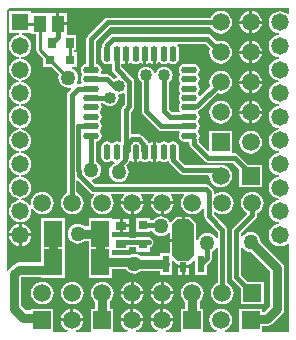
<source format=gbl>
%FSLAX24Y24*%
%MOIN*%
G70*
G01*
G75*
G04 Layer_Physical_Order=2*
G04 Layer_Color=16711680*
%ADD10R,0.0433X0.0551*%
%ADD11C,0.0100*%
%ADD12C,0.0150*%
%ADD13C,0.0300*%
%ADD14C,0.0250*%
%ADD15C,0.0200*%
%ADD16C,0.0580*%
%ADD17R,0.0580X0.0580*%
%ADD18R,0.0591X0.0591*%
%ADD19C,0.0591*%
%ADD20R,0.0591X0.0591*%
%ADD21C,0.0500*%
%ADD22C,0.0400*%
%ADD23R,0.0618X0.0906*%
%ADD24R,0.0276X0.0354*%
%ADD25R,0.0354X0.0276*%
%ADD26R,0.0315X0.0315*%
%ADD27O,0.0532X0.0217*%
%ADD28O,0.0217X0.0532*%
%ADD29R,0.0236X0.0551*%
%ADD30R,0.0236X0.0354*%
G04:AMPARAMS|DCode=31|XSize=70.9mil|YSize=141.7mil|CornerRadius=0mil|HoleSize=0mil|Usage=FLASHONLY|Rotation=0.000|XOffset=0mil|YOffset=0mil|HoleType=Round|Shape=Octagon|*
%AMOCTAGOND31*
4,1,8,-0.0177,0.0709,0.0177,0.0709,0.0354,0.0532,0.0354,-0.0532,0.0177,-0.0709,-0.0177,-0.0709,-0.0354,-0.0532,-0.0354,0.0532,-0.0177,0.0709,0.0*
%
%ADD31OCTAGOND31*%

%ADD32R,0.0315X0.0315*%
G36*
X51040Y40453D02*
X50995Y40431D01*
X50927Y40483D01*
X50837Y40520D01*
X50741Y40533D01*
X50644Y40520D01*
X50554Y40483D01*
X50477Y40424D01*
X50417Y40347D01*
X50380Y40257D01*
X50367Y40160D01*
X50380Y40063D01*
X50417Y39973D01*
X50477Y39896D01*
X50554Y39837D01*
X50644Y39800D01*
X50706Y39791D01*
Y39741D01*
X50644Y39733D01*
X50554Y39696D01*
X50477Y39637D01*
X50417Y39559D01*
X50380Y39469D01*
X50367Y39373D01*
X50380Y39276D01*
X50417Y39186D01*
X50477Y39109D01*
X50554Y39049D01*
X50644Y39012D01*
X50706Y39004D01*
Y38954D01*
X50644Y38946D01*
X50554Y38909D01*
X50477Y38849D01*
X50417Y38772D01*
X50380Y38682D01*
X50367Y38585D01*
X50380Y38489D01*
X50417Y38399D01*
X50477Y38321D01*
X50554Y38262D01*
X50644Y38225D01*
X50706Y38217D01*
Y38167D01*
X50644Y38158D01*
X50554Y38121D01*
X50477Y38062D01*
X50417Y37985D01*
X50380Y37895D01*
X50367Y37798D01*
X50380Y37701D01*
X50417Y37611D01*
X50477Y37534D01*
X50554Y37475D01*
X50644Y37438D01*
X50706Y37429D01*
Y37379D01*
X50644Y37371D01*
X50554Y37334D01*
X50477Y37275D01*
X50417Y37197D01*
X50380Y37107D01*
X50367Y37011D01*
X50380Y36914D01*
X50417Y36824D01*
X50477Y36747D01*
X50554Y36687D01*
X50644Y36650D01*
X50706Y36642D01*
Y36592D01*
X50644Y36584D01*
X50554Y36547D01*
X50477Y36487D01*
X50417Y36410D01*
X50380Y36320D01*
X50367Y36223D01*
X50380Y36127D01*
X50417Y36037D01*
X50477Y35959D01*
X50554Y35900D01*
X50644Y35863D01*
X50706Y35855D01*
Y35805D01*
X50644Y35796D01*
X50554Y35759D01*
X50477Y35700D01*
X50417Y35623D01*
X50380Y35533D01*
X50367Y35436D01*
X50380Y35339D01*
X50417Y35249D01*
X50477Y35172D01*
X50554Y35113D01*
X50644Y35076D01*
X50706Y35067D01*
Y35017D01*
X50644Y35009D01*
X50554Y34972D01*
X50477Y34913D01*
X50417Y34835D01*
X50380Y34745D01*
X50367Y34649D01*
X50380Y34552D01*
X50417Y34462D01*
X50477Y34385D01*
X50554Y34325D01*
X50644Y34288D01*
X50706Y34280D01*
Y34230D01*
X50644Y34222D01*
X50554Y34185D01*
X50477Y34125D01*
X50417Y34048D01*
X50380Y33958D01*
X50367Y33861D01*
X50380Y33765D01*
X50417Y33675D01*
X50477Y33597D01*
X50554Y33538D01*
X50644Y33501D01*
X50706Y33493D01*
Y33443D01*
X50644Y33434D01*
X50554Y33397D01*
X50477Y33338D01*
X50417Y33261D01*
X50380Y33171D01*
X50367Y33074D01*
X50380Y32977D01*
X50417Y32887D01*
X50477Y32810D01*
X50554Y32751D01*
X50644Y32714D01*
X50741Y32701D01*
X50837Y32714D01*
X50927Y32751D01*
X50995Y32803D01*
X51040Y32781D01*
Y29857D01*
X51000Y29841D01*
Y29841D01*
X51000Y29841D01*
X50135D01*
Y29841D01*
Y29865D01*
X50135Y29876D01*
X50135Y29876D01*
X50135D01*
Y30045D01*
X50320D01*
X50410Y30063D01*
X50486Y30114D01*
X50806Y30434D01*
X50806Y30434D01*
X50806Y30434D01*
X50857Y30510D01*
X50875Y30600D01*
Y31960D01*
X50857Y32050D01*
X50806Y32126D01*
X50093Y32839D01*
X50093Y32840D01*
X50082Y32926D01*
X50048Y33006D01*
X49995Y33075D01*
X49926Y33128D01*
X49846Y33162D01*
X49760Y33173D01*
X49674Y33162D01*
X49594Y33128D01*
X49525Y33075D01*
X49485Y33024D01*
X49438Y33040D01*
Y33135D01*
X49932Y33628D01*
X49966Y33680D01*
X49978Y33740D01*
X49978Y33740D01*
X49978Y33740D01*
Y33740D01*
Y33799D01*
X50009Y33812D01*
X50088Y33872D01*
X50148Y33951D01*
X50186Y34042D01*
X50199Y34140D01*
X50186Y34238D01*
X50148Y34329D01*
X50088Y34408D01*
X50009Y34468D01*
X49918Y34506D01*
X49820Y34519D01*
X49722Y34506D01*
X49631Y34468D01*
X49552Y34408D01*
X49492Y34329D01*
X49454Y34238D01*
X49441Y34140D01*
X49454Y34042D01*
X49492Y33951D01*
X49552Y33872D01*
X49622Y33819D01*
X49625Y33769D01*
X49168Y33312D01*
X49134Y33260D01*
X49122Y33200D01*
Y31680D01*
X49122Y31680D01*
X49122D01*
X49134Y31620D01*
X49168Y31568D01*
X49445Y31292D01*
Y30765D01*
X50195D01*
Y31515D01*
X49668D01*
X49438Y31745D01*
Y32640D01*
X49485Y32656D01*
X49525Y32605D01*
X49594Y32552D01*
X49674Y32518D01*
X49760Y32507D01*
X49761Y32507D01*
X50405Y31863D01*
Y30697D01*
X50223Y30515D01*
X50135D01*
Y30615D01*
X49385D01*
Y29876D01*
X49385Y29876D01*
X49385D01*
X49385Y29865D01*
X49361Y29841D01*
X48906D01*
X48896Y29890D01*
X48949Y29912D01*
X49028Y29972D01*
X49088Y30051D01*
X49126Y30142D01*
X49139Y30240D01*
X49126Y30338D01*
X49088Y30429D01*
X49028Y30508D01*
X48949Y30568D01*
X48858Y30606D01*
X48760Y30619D01*
X48662Y30606D01*
X48571Y30568D01*
X48492Y30508D01*
X48432Y30429D01*
X48394Y30338D01*
X48381Y30240D01*
X48394Y30142D01*
X48432Y30051D01*
X48492Y29972D01*
X48571Y29912D01*
X48624Y29890D01*
X48614Y29841D01*
X48175D01*
Y29841D01*
Y29865D01*
X48175Y29876D01*
X48175Y29876D01*
X48175D01*
Y30615D01*
X48055D01*
Y30847D01*
X48088Y30872D01*
X48148Y30951D01*
X48186Y31042D01*
X48199Y31140D01*
X48186Y31238D01*
X48148Y31329D01*
X48088Y31408D01*
X48009Y31468D01*
X47918Y31506D01*
X47820Y31519D01*
X47722Y31506D01*
X47631Y31468D01*
X47552Y31408D01*
X47492Y31329D01*
X47454Y31238D01*
X47441Y31140D01*
X47454Y31042D01*
X47492Y30951D01*
X47552Y30872D01*
X47585Y30847D01*
Y30615D01*
X47425D01*
Y29876D01*
X47425Y29876D01*
X47425D01*
X47425Y29865D01*
X47401Y29841D01*
X46946D01*
X46936Y29890D01*
X46989Y29912D01*
X47068Y29972D01*
X47128Y30051D01*
X47166Y30142D01*
X47172Y30190D01*
X46428D01*
X46434Y30142D01*
X46472Y30051D01*
X46532Y29972D01*
X46611Y29912D01*
X46664Y29890D01*
X46654Y29841D01*
X45946D01*
X45936Y29890D01*
X45989Y29912D01*
X46068Y29972D01*
X46128Y30051D01*
X46166Y30142D01*
X46172Y30190D01*
X45428D01*
X45434Y30142D01*
X45472Y30051D01*
X45532Y29972D01*
X45611Y29912D01*
X45664Y29890D01*
X45654Y29841D01*
X45175D01*
Y29841D01*
Y29865D01*
X45175Y29876D01*
X45175Y29876D01*
X45175D01*
Y30615D01*
X45055D01*
Y30847D01*
X45088Y30872D01*
X45148Y30951D01*
X45186Y31042D01*
X45199Y31140D01*
X45186Y31238D01*
X45148Y31329D01*
X45088Y31408D01*
X45009Y31468D01*
X44918Y31506D01*
X44820Y31519D01*
X44722Y31506D01*
X44631Y31468D01*
X44552Y31408D01*
X44492Y31329D01*
X44454Y31238D01*
X44441Y31140D01*
X44454Y31042D01*
X44492Y30951D01*
X44552Y30872D01*
X44585Y30847D01*
Y30615D01*
X44425D01*
Y29876D01*
X44425Y29876D01*
X44425D01*
X44425Y29865D01*
X44401Y29841D01*
X43946D01*
X43936Y29890D01*
X43989Y29912D01*
X44068Y29972D01*
X44128Y30051D01*
X44166Y30142D01*
X44172Y30190D01*
X43428D01*
X43434Y30142D01*
X43472Y30051D01*
X43532Y29972D01*
X43611Y29912D01*
X43664Y29890D01*
X43654Y29841D01*
X43175D01*
Y29841D01*
Y29865D01*
X43175Y29876D01*
X43175Y29876D01*
X43175D01*
Y30615D01*
X42425D01*
Y30555D01*
X42257D01*
X42115Y30697D01*
Y31663D01*
X42137Y31685D01*
X42780D01*
Y31627D01*
X43558D01*
Y32587D01*
Y33653D01*
X42780D01*
Y32587D01*
Y32155D01*
X42040D01*
X41950Y32137D01*
X41874Y32086D01*
X41714Y31926D01*
X41688Y31886D01*
X41640Y31901D01*
Y40558D01*
X41720Y40640D01*
X51040D01*
Y40453D01*
D02*
G37*
%LPC*%
G36*
X47470Y31961D02*
X47322D01*
Y31754D01*
X47470D01*
Y31961D01*
D02*
G37*
G36*
X47718D02*
X47570D01*
Y31754D01*
X47718D01*
Y31961D01*
D02*
G37*
G36*
X42030Y33024D02*
X41713D01*
X41720Y32977D01*
X41757Y32887D01*
X41816Y32810D01*
X41893Y32751D01*
X41983Y32714D01*
X42030Y32707D01*
Y33024D01*
D02*
G37*
G36*
X45870Y31512D02*
Y31190D01*
X46192D01*
X46186Y31238D01*
X46148Y31329D01*
X46088Y31408D01*
X46009Y31468D01*
X45918Y31506D01*
X45870Y31512D01*
D02*
G37*
G36*
X46770D02*
X46722Y31506D01*
X46631Y31468D01*
X46552Y31408D01*
X46492Y31329D01*
X46454Y31238D01*
X46448Y31190D01*
X46770D01*
Y31512D01*
D02*
G37*
G36*
X46870D02*
Y31190D01*
X47192D01*
X47186Y31238D01*
X47148Y31329D01*
X47088Y31408D01*
X47009Y31468D01*
X46918Y31506D01*
X46870Y31512D01*
D02*
G37*
G36*
X45697Y33325D02*
X45490D01*
Y33157D01*
X45697D01*
Y33325D01*
D02*
G37*
G36*
Y33593D02*
X45490D01*
Y33425D01*
X45697D01*
Y33593D01*
D02*
G37*
G36*
X46760Y33693D02*
X46674Y33682D01*
X46594Y33648D01*
X46525Y33595D01*
X46500Y33563D01*
X46397D01*
Y33642D01*
X45923D01*
Y33167D01*
X46397D01*
Y33247D01*
X46450D01*
X46472Y33194D01*
X46525Y33125D01*
X46594Y33072D01*
X46674Y33038D01*
X46760Y33027D01*
X46846Y33038D01*
X46926Y33072D01*
X46995Y33125D01*
X47038Y33181D01*
X47086Y33165D01*
Y32947D01*
X47470D01*
Y33686D01*
X47303D01*
X47108Y33491D01*
X47059Y33501D01*
X47048Y33526D01*
X46995Y33595D01*
X46926Y33648D01*
X46846Y33682D01*
X46760Y33693D01*
D02*
G37*
G36*
X42447Y33024D02*
X42130D01*
Y32707D01*
X42177Y32714D01*
X42267Y32751D01*
X42344Y32810D01*
X42403Y32887D01*
X42440Y32977D01*
X42447Y33024D01*
D02*
G37*
G36*
X42030Y33441D02*
X41983Y33434D01*
X41893Y33397D01*
X41816Y33338D01*
X41757Y33261D01*
X41720Y33171D01*
X41713Y33124D01*
X42030D01*
Y33441D01*
D02*
G37*
G36*
X42130D02*
Y33124D01*
X42447D01*
X42440Y33171D01*
X42403Y33261D01*
X42344Y33338D01*
X42267Y33397D01*
X42177Y33434D01*
X42130Y33441D01*
D02*
G37*
G36*
X45770Y31512D02*
X45722Y31506D01*
X45631Y31468D01*
X45552Y31408D01*
X45492Y31329D01*
X45454Y31238D01*
X45448Y31190D01*
X45770D01*
Y31512D01*
D02*
G37*
G36*
X45850Y30612D02*
Y30290D01*
X46172D01*
X46166Y30338D01*
X46128Y30429D01*
X46068Y30508D01*
X45989Y30568D01*
X45898Y30606D01*
X45850Y30612D01*
D02*
G37*
G36*
X46750D02*
X46702Y30606D01*
X46611Y30568D01*
X46532Y30508D01*
X46472Y30429D01*
X46434Y30338D01*
X46428Y30290D01*
X46750D01*
Y30612D01*
D02*
G37*
G36*
X46850D02*
Y30290D01*
X47172D01*
X47166Y30338D01*
X47128Y30429D01*
X47068Y30508D01*
X46989Y30568D01*
X46898Y30606D01*
X46850Y30612D01*
D02*
G37*
G36*
X43750D02*
X43702Y30606D01*
X43611Y30568D01*
X43532Y30508D01*
X43472Y30429D01*
X43434Y30338D01*
X43428Y30290D01*
X43750D01*
Y30612D01*
D02*
G37*
G36*
X43850D02*
Y30290D01*
X44172D01*
X44166Y30338D01*
X44128Y30429D01*
X44068Y30508D01*
X43989Y30568D01*
X43898Y30606D01*
X43850Y30612D01*
D02*
G37*
G36*
X45750D02*
X45702Y30606D01*
X45611Y30568D01*
X45532Y30508D01*
X45472Y30429D01*
X45434Y30338D01*
X45428Y30290D01*
X45750D01*
Y30612D01*
D02*
G37*
G36*
X46192Y31090D02*
X45870D01*
Y30768D01*
X45918Y30774D01*
X46009Y30812D01*
X46088Y30872D01*
X46148Y30951D01*
X46186Y31042D01*
X46192Y31090D01*
D02*
G37*
G36*
X46770D02*
X46448D01*
X46454Y31042D01*
X46492Y30951D01*
X46552Y30872D01*
X46631Y30812D01*
X46722Y30774D01*
X46770Y30768D01*
Y31090D01*
D02*
G37*
G36*
X47192D02*
X46870D01*
Y30768D01*
X46918Y30774D01*
X47009Y30812D01*
X47088Y30872D01*
X47148Y30951D01*
X47186Y31042D01*
X47192Y31090D01*
D02*
G37*
G36*
X42820Y31519D02*
X42722Y31506D01*
X42631Y31468D01*
X42552Y31408D01*
X42492Y31329D01*
X42454Y31238D01*
X42441Y31140D01*
X42454Y31042D01*
X42492Y30951D01*
X42552Y30872D01*
X42631Y30812D01*
X42722Y30774D01*
X42820Y30761D01*
X42918Y30774D01*
X43009Y30812D01*
X43088Y30872D01*
X43148Y30951D01*
X43186Y31042D01*
X43199Y31140D01*
X43186Y31238D01*
X43148Y31329D01*
X43088Y31408D01*
X43009Y31468D01*
X42918Y31506D01*
X42820Y31519D01*
D02*
G37*
G36*
X43820D02*
X43722Y31506D01*
X43631Y31468D01*
X43552Y31408D01*
X43492Y31329D01*
X43454Y31238D01*
X43441Y31140D01*
X43454Y31042D01*
X43492Y30951D01*
X43552Y30872D01*
X43631Y30812D01*
X43722Y30774D01*
X43820Y30761D01*
X43918Y30774D01*
X44009Y30812D01*
X44088Y30872D01*
X44148Y30951D01*
X44186Y31042D01*
X44199Y31140D01*
X44186Y31238D01*
X44148Y31329D01*
X44088Y31408D01*
X44009Y31468D01*
X43918Y31506D01*
X43820Y31519D01*
D02*
G37*
G36*
X45770Y31090D02*
X45448D01*
X45454Y31042D01*
X45492Y30951D01*
X45552Y30872D01*
X45631Y30812D01*
X45722Y30774D01*
X45770Y30768D01*
Y31090D01*
D02*
G37*
G36*
Y34090D02*
X45448D01*
X45454Y34042D01*
X45492Y33951D01*
X45552Y33872D01*
X45631Y33812D01*
X45722Y33774D01*
X45770Y33768D01*
Y34090D01*
D02*
G37*
G36*
X49710Y39110D02*
X49388D01*
X49394Y39062D01*
X49432Y38971D01*
X49492Y38892D01*
X49571Y38832D01*
X49662Y38794D01*
X49710Y38788D01*
Y39110D01*
D02*
G37*
G36*
X50132D02*
X49810D01*
Y38788D01*
X49858Y38794D01*
X49949Y38832D01*
X50028Y38892D01*
X50088Y38971D01*
X50126Y39062D01*
X50132Y39110D01*
D02*
G37*
G36*
X49710Y39532D02*
X49662Y39526D01*
X49571Y39488D01*
X49492Y39428D01*
X49432Y39349D01*
X49394Y39258D01*
X49388Y39210D01*
X49710D01*
Y39532D01*
D02*
G37*
G36*
X48760Y40539D02*
X48662Y40526D01*
X48571Y40488D01*
X48492Y40428D01*
X48432Y40349D01*
X48419Y40318D01*
X45000D01*
X44940Y40306D01*
X44888Y40272D01*
X44328Y39712D01*
X44294Y39660D01*
X44282Y39600D01*
Y38773D01*
X44215Y38760D01*
X44153Y38718D01*
X44111Y38656D01*
X44097Y38582D01*
X44111Y38509D01*
X44153Y38447D01*
Y38403D01*
X44111Y38341D01*
X44097Y38267D01*
X44111Y38194D01*
X44138Y38155D01*
X44114Y38110D01*
X44000D01*
X43993Y38109D01*
X43967Y38152D01*
X43968Y38154D01*
X44002Y38234D01*
X44013Y38320D01*
X44002Y38406D01*
X43968Y38486D01*
X43915Y38555D01*
X43846Y38608D01*
X43786Y38633D01*
X43795Y38683D01*
X43962D01*
Y39157D01*
X43857D01*
Y39223D01*
X43953D01*
Y39737D01*
X43632D01*
Y39764D01*
X43632D01*
Y40070D01*
X43335D01*
Y40120D01*
X43285D01*
Y40476D01*
X42450D01*
Y40530D01*
X41710D01*
Y39790D01*
X42033D01*
X42036Y39740D01*
X41983Y39733D01*
X41893Y39696D01*
X41816Y39637D01*
X41757Y39559D01*
X41720Y39469D01*
X41707Y39373D01*
X41720Y39276D01*
X41757Y39186D01*
X41816Y39109D01*
X41893Y39049D01*
X41983Y39012D01*
X42046Y39004D01*
Y38954D01*
X41983Y38946D01*
X41893Y38909D01*
X41816Y38849D01*
X41757Y38772D01*
X41720Y38682D01*
X41707Y38585D01*
X41720Y38489D01*
X41757Y38399D01*
X41816Y38321D01*
X41893Y38262D01*
X41983Y38225D01*
X42046Y38217D01*
Y38167D01*
X41983Y38158D01*
X41893Y38121D01*
X41816Y38062D01*
X41757Y37985D01*
X41720Y37895D01*
X41707Y37798D01*
X41720Y37701D01*
X41757Y37611D01*
X41816Y37534D01*
X41893Y37475D01*
X41983Y37438D01*
X42046Y37429D01*
Y37379D01*
X41983Y37371D01*
X41893Y37334D01*
X41816Y37275D01*
X41757Y37197D01*
X41720Y37107D01*
X41707Y37011D01*
X41720Y36914D01*
X41757Y36824D01*
X41816Y36747D01*
X41893Y36687D01*
X41983Y36650D01*
X42046Y36642D01*
Y36592D01*
X41983Y36584D01*
X41893Y36547D01*
X41816Y36487D01*
X41757Y36410D01*
X41720Y36320D01*
X41707Y36223D01*
X41720Y36127D01*
X41757Y36037D01*
X41816Y35959D01*
X41893Y35900D01*
X41983Y35863D01*
X42046Y35855D01*
Y35805D01*
X41983Y35796D01*
X41893Y35759D01*
X41816Y35700D01*
X41757Y35623D01*
X41720Y35533D01*
X41707Y35436D01*
X41720Y35339D01*
X41757Y35249D01*
X41816Y35172D01*
X41893Y35113D01*
X41983Y35076D01*
X42046Y35067D01*
Y35017D01*
X41983Y35009D01*
X41893Y34972D01*
X41816Y34913D01*
X41757Y34835D01*
X41720Y34745D01*
X41707Y34649D01*
X41720Y34552D01*
X41757Y34462D01*
X41816Y34385D01*
X41893Y34325D01*
X41983Y34288D01*
X42046Y34280D01*
Y34230D01*
X41983Y34222D01*
X41893Y34185D01*
X41816Y34125D01*
X41757Y34048D01*
X41720Y33958D01*
X41707Y33861D01*
X41720Y33765D01*
X41757Y33675D01*
X41816Y33597D01*
X41893Y33538D01*
X41983Y33501D01*
X42046Y33493D01*
Y33491D01*
X42058D01*
X42080Y33488D01*
X42102Y33491D01*
X42114D01*
Y33493D01*
X42177Y33501D01*
X42267Y33538D01*
X42344Y33597D01*
X42403Y33675D01*
X42440Y33765D01*
X42453Y33861D01*
X42443Y33941D01*
X42491Y33953D01*
X42492Y33951D01*
X42552Y33872D01*
X42631Y33812D01*
X42722Y33774D01*
X42820Y33761D01*
X42918Y33774D01*
X43009Y33812D01*
X43088Y33872D01*
X43148Y33951D01*
X43186Y34042D01*
X43199Y34140D01*
X43186Y34238D01*
X43148Y34329D01*
X43088Y34408D01*
X43009Y34468D01*
X42918Y34506D01*
X42820Y34519D01*
X42722Y34506D01*
X42631Y34468D01*
X42552Y34408D01*
X42492Y34329D01*
X42454Y34238D01*
X42441Y34140D01*
X42452Y34059D01*
X42404Y34046D01*
X42403Y34048D01*
X42344Y34125D01*
X42267Y34185D01*
X42177Y34222D01*
X42114Y34230D01*
Y34280D01*
X42177Y34288D01*
X42267Y34325D01*
X42344Y34385D01*
X42403Y34462D01*
X42440Y34552D01*
X42453Y34649D01*
X42440Y34745D01*
X42403Y34835D01*
X42344Y34913D01*
X42267Y34972D01*
X42177Y35009D01*
X42114Y35017D01*
Y35067D01*
X42177Y35076D01*
X42267Y35113D01*
X42344Y35172D01*
X42403Y35249D01*
X42440Y35339D01*
X42453Y35436D01*
X42440Y35533D01*
X42403Y35623D01*
X42344Y35700D01*
X42267Y35759D01*
X42177Y35796D01*
X42114Y35805D01*
Y35855D01*
X42177Y35863D01*
X42267Y35900D01*
X42344Y35959D01*
X42403Y36037D01*
X42440Y36127D01*
X42453Y36223D01*
X42440Y36320D01*
X42403Y36410D01*
X42344Y36487D01*
X42267Y36547D01*
X42177Y36584D01*
X42114Y36592D01*
Y36642D01*
X42177Y36650D01*
X42267Y36687D01*
X42344Y36747D01*
X42403Y36824D01*
X42440Y36914D01*
X42453Y37011D01*
X42440Y37107D01*
X42403Y37197D01*
X42344Y37275D01*
X42267Y37334D01*
X42177Y37371D01*
X42114Y37379D01*
Y37429D01*
X42177Y37438D01*
X42267Y37475D01*
X42344Y37534D01*
X42403Y37611D01*
X42440Y37701D01*
X42453Y37798D01*
X42440Y37895D01*
X42403Y37985D01*
X42344Y38062D01*
X42267Y38121D01*
X42177Y38158D01*
X42114Y38167D01*
Y38217D01*
X42177Y38225D01*
X42267Y38262D01*
X42344Y38321D01*
X42403Y38399D01*
X42440Y38489D01*
X42453Y38585D01*
X42440Y38682D01*
X42403Y38772D01*
X42344Y38849D01*
X42267Y38909D01*
X42177Y38946D01*
X42114Y38954D01*
Y39004D01*
X42177Y39012D01*
X42267Y39049D01*
X42344Y39109D01*
X42403Y39186D01*
X42440Y39276D01*
X42453Y39373D01*
X42440Y39469D01*
X42403Y39559D01*
X42344Y39637D01*
X42267Y39696D01*
X42177Y39733D01*
X42124Y39740D01*
X42127Y39790D01*
X42448D01*
Y39764D01*
X42612D01*
Y39250D01*
X42622Y39200D01*
X42651Y39157D01*
X42651Y39157D01*
X42651Y39157D01*
X42838Y38970D01*
Y38683D01*
X43130D01*
X43373Y38440D01*
X43358Y38406D01*
X43347Y38320D01*
X43358Y38234D01*
X43392Y38154D01*
X43445Y38085D01*
X43514Y38032D01*
X43594Y37998D01*
X43680Y37987D01*
X43754Y37997D01*
X43776Y37952D01*
X43678Y37854D01*
X43644Y37803D01*
X43632Y37742D01*
Y35240D01*
Y34468D01*
X43631Y34468D01*
X43552Y34408D01*
X43492Y34329D01*
X43454Y34238D01*
X43441Y34140D01*
X43454Y34042D01*
X43492Y33951D01*
X43552Y33872D01*
X43631Y33812D01*
X43722Y33774D01*
X43820Y33761D01*
X43918Y33774D01*
X44009Y33812D01*
X44088Y33872D01*
X44148Y33951D01*
X44186Y34042D01*
X44199Y34140D01*
X44186Y34238D01*
X44148Y34329D01*
X44088Y34408D01*
X44009Y34468D01*
X43948Y34493D01*
Y34883D01*
X43994Y34902D01*
X44408Y34488D01*
X44459Y34454D01*
X44520Y34442D01*
X44522D01*
X44544Y34397D01*
X44492Y34329D01*
X44454Y34238D01*
X44441Y34140D01*
X44454Y34042D01*
X44492Y33951D01*
X44552Y33872D01*
X44631Y33812D01*
X44722Y33774D01*
X44820Y33761D01*
X44918Y33774D01*
X45009Y33812D01*
X45088Y33872D01*
X45148Y33951D01*
X45186Y34042D01*
X45199Y34140D01*
X45186Y34238D01*
X45148Y34329D01*
X45096Y34397D01*
X45118Y34442D01*
X45522D01*
X45544Y34397D01*
X45492Y34329D01*
X45454Y34238D01*
X45448Y34190D01*
X46192D01*
X46186Y34238D01*
X46148Y34329D01*
X46096Y34397D01*
X46118Y34442D01*
X46522D01*
X46544Y34397D01*
X46492Y34329D01*
X46454Y34238D01*
X46448Y34190D01*
X47192D01*
X47186Y34238D01*
X47148Y34329D01*
X47096Y34397D01*
X47118Y34442D01*
X47522D01*
X47544Y34397D01*
X47492Y34329D01*
X47454Y34238D01*
X47441Y34140D01*
X47454Y34042D01*
X47492Y33951D01*
X47552Y33872D01*
X47631Y33812D01*
X47722Y33774D01*
X47820Y33761D01*
X47918Y33774D01*
X48009Y33812D01*
X48088Y33872D01*
X48148Y33951D01*
X48163Y33987D01*
X48212Y33977D01*
Y33690D01*
X48212Y33690D01*
X48212D01*
X48224Y33629D01*
X48258Y33578D01*
X48662Y33174D01*
Y32965D01*
X48613Y32955D01*
X48608Y32966D01*
X48555Y33035D01*
X48486Y33088D01*
X48406Y33122D01*
X48320Y33133D01*
X48234Y33122D01*
X48154Y33088D01*
X48085Y33035D01*
X48032Y32966D01*
X48003Y32898D01*
X47954Y32908D01*
Y33469D01*
X47737Y33686D01*
X47570D01*
Y32897D01*
X47520D01*
Y32847D01*
X47086D01*
Y32465D01*
X46731D01*
Y32355D01*
X46116D01*
X46115Y32355D01*
X46046Y32408D01*
X45966Y32442D01*
X45880Y32453D01*
X45794Y32442D01*
X45714Y32408D01*
X45696Y32395D01*
X45140D01*
Y32567D01*
X45183D01*
Y32567D01*
X45697D01*
Y32667D01*
X45923D01*
Y32518D01*
X46397D01*
Y32672D01*
X46431Y32679D01*
X46482Y32713D01*
X46516Y32764D01*
X46529Y32825D01*
X46516Y32885D01*
X46482Y32936D01*
X46431Y32971D01*
X46397Y32977D01*
Y32993D01*
X45923D01*
Y32983D01*
X45697D01*
Y33003D01*
X45183D01*
Y33003D01*
X45176D01*
X45140Y33038D01*
Y33157D01*
X45183D01*
Y33157D01*
X45390D01*
Y33375D01*
Y33593D01*
X45183D01*
Y33593D01*
X45176D01*
X45140Y33628D01*
Y33653D01*
X44362D01*
Y33355D01*
X44236D01*
X44235Y33355D01*
X44166Y33408D01*
X44086Y33442D01*
X44000Y33453D01*
X43914Y33442D01*
X43834Y33408D01*
X43765Y33355D01*
X43712Y33286D01*
X43678Y33206D01*
X43667Y33120D01*
X43678Y33034D01*
X43712Y32954D01*
X43765Y32885D01*
X43834Y32832D01*
X43914Y32798D01*
X44000Y32787D01*
X44086Y32798D01*
X44166Y32832D01*
X44235Y32885D01*
X44236Y32885D01*
X44362D01*
Y32587D01*
Y31627D01*
X45140D01*
Y31925D01*
X45613D01*
X45645Y31885D01*
X45714Y31832D01*
X45794Y31798D01*
X45880Y31787D01*
X45966Y31798D01*
X46046Y31832D01*
X46115Y31885D01*
X46116Y31885D01*
X46731D01*
Y31754D01*
X47128D01*
Y32018D01*
X47136Y32030D01*
X47154Y32120D01*
X47136Y32207D01*
X47180Y32231D01*
X47303Y32109D01*
X47322D01*
Y32061D01*
X47718D01*
Y32109D01*
X47737D01*
X47866Y32238D01*
X47912Y32218D01*
Y31754D01*
X48309D01*
Y32084D01*
X48432Y32207D01*
X48466Y32259D01*
X48478Y32319D01*
Y32508D01*
X48486Y32512D01*
X48555Y32565D01*
X48608Y32634D01*
X48613Y32645D01*
X48662Y32635D01*
Y31481D01*
X48631Y31468D01*
X48552Y31408D01*
X48492Y31329D01*
X48454Y31238D01*
X48441Y31140D01*
X48454Y31042D01*
X48492Y30951D01*
X48552Y30872D01*
X48631Y30812D01*
X48722Y30774D01*
X48820Y30761D01*
X48918Y30774D01*
X49009Y30812D01*
X49088Y30872D01*
X49148Y30951D01*
X49186Y31042D01*
X49199Y31140D01*
X49186Y31238D01*
X49148Y31329D01*
X49088Y31408D01*
X49009Y31468D01*
X48978Y31481D01*
Y33239D01*
X48966Y33300D01*
X48932Y33351D01*
X48528Y33755D01*
Y33835D01*
X48573Y33857D01*
X48631Y33812D01*
X48722Y33774D01*
X48820Y33761D01*
X48918Y33774D01*
X49009Y33812D01*
X49088Y33872D01*
X49148Y33951D01*
X49186Y34042D01*
X49199Y34140D01*
X49186Y34238D01*
X49148Y34329D01*
X49088Y34408D01*
X49009Y34468D01*
X48918Y34506D01*
X48820Y34519D01*
X48722Y34506D01*
X48631Y34468D01*
X48573Y34423D01*
X48528Y34445D01*
Y34510D01*
X48516Y34571D01*
X48481Y34622D01*
X48392Y34712D01*
X48340Y34746D01*
X48280Y34758D01*
X44585D01*
X44472Y34871D01*
X44488Y34919D01*
X44532Y34925D01*
X44613Y34958D01*
X44682Y35011D01*
X44734Y35080D01*
X44768Y35160D01*
X44779Y35246D01*
X44768Y35332D01*
X44734Y35413D01*
X44682Y35482D01*
X44613Y35534D01*
X44604Y35538D01*
Y36186D01*
X44677Y36200D01*
X44739Y36242D01*
X44781Y36304D01*
X44796Y36378D01*
X44781Y36451D01*
X44739Y36513D01*
Y36557D01*
X44781Y36619D01*
X44796Y36693D01*
X44781Y36766D01*
X44739Y36828D01*
Y36872D01*
X44781Y36934D01*
X44796Y37008D01*
X44781Y37081D01*
X44739Y37143D01*
Y37187D01*
X44781Y37249D01*
X44796Y37323D01*
X44781Y37396D01*
X44755Y37435D01*
X44778Y37479D01*
X44841D01*
X44873Y37438D01*
X44931Y37393D01*
X44999Y37365D01*
X45073Y37355D01*
X45146Y37365D01*
X45214Y37393D01*
X45272Y37438D01*
X45317Y37496D01*
X45345Y37564D01*
X45355Y37637D01*
X45345Y37711D01*
X45343Y37715D01*
X45368Y37759D01*
X45433Y37767D01*
X45501Y37795D01*
X45512Y37804D01*
X45557Y37782D01*
Y37421D01*
X45496Y37360D01*
X45462Y37309D01*
X45450Y37248D01*
Y36178D01*
X45405Y36155D01*
X45366Y36181D01*
X45293Y36196D01*
X45219Y36181D01*
X45157Y36139D01*
X45113D01*
X45051Y36181D01*
X44978Y36196D01*
X44904Y36181D01*
X44842Y36139D01*
X44800Y36077D01*
X44786Y36004D01*
Y35689D01*
X44800Y35615D01*
X44842Y35553D01*
X44904Y35511D01*
X44978Y35497D01*
X45051Y35511D01*
X45113Y35553D01*
X45157D01*
X45217Y35513D01*
X45223Y35484D01*
X45225Y35461D01*
X45194Y35448D01*
X45125Y35395D01*
X45072Y35326D01*
X45038Y35246D01*
X45027Y35160D01*
X45038Y35074D01*
X45072Y34994D01*
X45125Y34925D01*
X45194Y34872D01*
X45274Y34838D01*
X45360Y34827D01*
X45446Y34838D01*
X45526Y34872D01*
X45595Y34925D01*
X45648Y34994D01*
X45682Y35074D01*
X45693Y35160D01*
X45682Y35246D01*
X45648Y35326D01*
X45595Y35395D01*
X45595Y35396D01*
X45668Y35468D01*
X45702Y35519D01*
X45703Y35526D01*
X45743Y35553D01*
X45787D01*
X45849Y35511D01*
X45873Y35507D01*
Y35846D01*
X45973D01*
Y35507D01*
X45996Y35511D01*
X46058Y35553D01*
X46102D01*
X46164Y35511D01*
X46237Y35497D01*
X46311Y35511D01*
X46373Y35553D01*
X46417D01*
X46479Y35511D01*
X46502Y35507D01*
Y35846D01*
Y36186D01*
X46479Y36181D01*
X46417Y36139D01*
X46373D01*
X46333Y36166D01*
X46332Y36173D01*
X46298Y36224D01*
X46143Y36379D01*
X46092Y36413D01*
X46032Y36425D01*
X45813D01*
X45804Y36423D01*
X45766Y36455D01*
Y37183D01*
X45827Y37244D01*
X45861Y37295D01*
X45873Y37356D01*
X45873Y37356D01*
X45873Y37356D01*
Y37356D01*
Y38187D01*
X45861Y38248D01*
X45827Y38299D01*
X45451Y38675D01*
Y38782D01*
X45495Y38805D01*
X45534Y38779D01*
X45558Y38774D01*
Y39114D01*
X45658D01*
Y38774D01*
X45681Y38779D01*
X45743Y38821D01*
X45787D01*
X45849Y38779D01*
X45923Y38764D01*
X45996Y38779D01*
X46058Y38821D01*
X46102D01*
X46164Y38779D01*
X46187Y38774D01*
Y39114D01*
X46287D01*
Y38774D01*
X46311Y38779D01*
X46373Y38821D01*
X46417D01*
X46479Y38779D01*
X46502Y38774D01*
Y39114D01*
X46602D01*
Y38774D01*
X46626Y38779D01*
X46688Y38821D01*
X46732D01*
X46794Y38779D01*
X46867Y38764D01*
X46941Y38779D01*
X47003Y38821D01*
X47047D01*
X47109Y38779D01*
X47182Y38764D01*
X47256Y38779D01*
X47318Y38821D01*
X47360Y38883D01*
X47374Y38956D01*
Y39271D01*
X47360Y39345D01*
X47318Y39407D01*
X47348Y39452D01*
X48245D01*
X48407Y39289D01*
X48394Y39258D01*
X48381Y39160D01*
X48394Y39062D01*
X48432Y38971D01*
X48492Y38892D01*
X48571Y38832D01*
X48662Y38794D01*
X48760Y38781D01*
X48858Y38794D01*
X48949Y38832D01*
X49028Y38892D01*
X49088Y38971D01*
X49126Y39062D01*
X49139Y39160D01*
X49126Y39258D01*
X49088Y39349D01*
X49028Y39428D01*
X48949Y39488D01*
X48858Y39526D01*
X48760Y39539D01*
X48662Y39526D01*
X48631Y39513D01*
X48422Y39722D01*
X48370Y39756D01*
X48310Y39768D01*
X45188D01*
X45127Y39756D01*
X45076Y39722D01*
X44866Y39512D01*
X44832Y39460D01*
X44820Y39400D01*
Y39374D01*
X44800Y39345D01*
X44786Y39271D01*
Y38956D01*
X44800Y38883D01*
X44842Y38821D01*
X44904Y38779D01*
X44978Y38764D01*
X45051Y38779D01*
X45090Y38805D01*
X45135Y38782D01*
Y38609D01*
X45147Y38549D01*
X45181Y38498D01*
X45317Y38362D01*
X45301Y38315D01*
X45287Y38313D01*
X45219Y38285D01*
X45196Y38267D01*
X45084Y38379D01*
X45033Y38413D01*
X44973Y38425D01*
X44778D01*
X44755Y38470D01*
X44781Y38509D01*
X44796Y38582D01*
X44781Y38656D01*
X44739Y38718D01*
X44677Y38760D01*
X44604Y38774D01*
X44598D01*
Y39535D01*
X45065Y40002D01*
X48419D01*
X48432Y39971D01*
X48492Y39892D01*
X48571Y39832D01*
X48662Y39794D01*
X48760Y39781D01*
X48858Y39794D01*
X48949Y39832D01*
X49028Y39892D01*
X49088Y39971D01*
X49126Y40062D01*
X49139Y40160D01*
X49126Y40258D01*
X49088Y40349D01*
X49028Y40428D01*
X48949Y40488D01*
X48858Y40526D01*
X48760Y40539D01*
D02*
G37*
G36*
X49710Y38532D02*
X49662Y38526D01*
X49571Y38488D01*
X49492Y38428D01*
X49432Y38349D01*
X49394Y38258D01*
X49388Y38210D01*
X49710D01*
Y38532D01*
D02*
G37*
G36*
X49810D02*
Y38210D01*
X50132D01*
X50126Y38258D01*
X50088Y38349D01*
X50028Y38428D01*
X49949Y38488D01*
X49858Y38526D01*
X49810Y38532D01*
D02*
G37*
G36*
X43632Y40476D02*
X43385D01*
Y40170D01*
X43632D01*
Y40476D01*
D02*
G37*
G36*
X49710Y40532D02*
X49662Y40526D01*
X49571Y40488D01*
X49492Y40428D01*
X49432Y40349D01*
X49394Y40258D01*
X49388Y40210D01*
X49710D01*
Y40532D01*
D02*
G37*
G36*
X49810D02*
Y40210D01*
X50132D01*
X50126Y40258D01*
X50088Y40349D01*
X50028Y40428D01*
X49949Y40488D01*
X49858Y40526D01*
X49810Y40532D01*
D02*
G37*
G36*
Y39532D02*
Y39210D01*
X50132D01*
X50126Y39258D01*
X50088Y39349D01*
X50028Y39428D01*
X49949Y39488D01*
X49858Y39526D01*
X49810Y39532D01*
D02*
G37*
G36*
X49710Y40110D02*
X49388D01*
X49394Y40062D01*
X49432Y39971D01*
X49492Y39892D01*
X49571Y39832D01*
X49662Y39794D01*
X49710Y39788D01*
Y40110D01*
D02*
G37*
G36*
X50132D02*
X49810D01*
Y39788D01*
X49858Y39794D01*
X49949Y39832D01*
X50028Y39892D01*
X50088Y39971D01*
X50126Y40062D01*
X50132Y40110D01*
D02*
G37*
G36*
Y38110D02*
X49810D01*
Y37788D01*
X49858Y37794D01*
X49949Y37832D01*
X50028Y37892D01*
X50088Y37971D01*
X50126Y38062D01*
X50132Y38110D01*
D02*
G37*
G36*
X49760Y36539D02*
X49662Y36526D01*
X49571Y36488D01*
X49492Y36428D01*
X49432Y36349D01*
X49394Y36258D01*
X49381Y36160D01*
X49394Y36062D01*
X49432Y35971D01*
X49492Y35892D01*
X49571Y35832D01*
X49662Y35794D01*
X49760Y35781D01*
X49858Y35794D01*
X49949Y35832D01*
X50028Y35892D01*
X50088Y35971D01*
X50126Y36062D01*
X50139Y36160D01*
X50126Y36258D01*
X50088Y36349D01*
X50028Y36428D01*
X49949Y36488D01*
X49858Y36526D01*
X49760Y36539D01*
D02*
G37*
G36*
X47182Y36196D02*
X47109Y36181D01*
X47047Y36139D01*
X47003D01*
X46941Y36181D01*
X46867Y36196D01*
X46794Y36181D01*
X46732Y36139D01*
X46688D01*
X46626Y36181D01*
X46602Y36186D01*
Y35846D01*
Y35507D01*
X46626Y35511D01*
X46688Y35553D01*
X46732D01*
X46794Y35511D01*
X46867Y35497D01*
X46941Y35511D01*
X46987Y35542D01*
X47033Y35523D01*
X47036Y35507D01*
X47071Y35456D01*
X47398Y35128D01*
X47398Y35128D01*
X47398D01*
X47398Y35128D01*
X47398D01*
X47398Y35128D01*
Y35128D01*
Y35128D01*
D01*
D01*
X47398D01*
Y35128D01*
X47450Y35094D01*
X47510Y35082D01*
X48349D01*
X48382Y35044D01*
X48381Y35040D01*
X48394Y34942D01*
X48432Y34851D01*
X48492Y34772D01*
X48571Y34712D01*
X48662Y34674D01*
X48760Y34661D01*
X48858Y34674D01*
X48949Y34712D01*
X49028Y34772D01*
X49088Y34851D01*
X49126Y34942D01*
X49139Y35040D01*
X49126Y35138D01*
X49088Y35229D01*
X49028Y35308D01*
X48949Y35368D01*
X48858Y35406D01*
X48760Y35419D01*
X48662Y35406D01*
X48644Y35398D01*
X47575D01*
X47359Y35614D01*
X47360Y35615D01*
X47374Y35689D01*
Y36004D01*
X47360Y36077D01*
X47318Y36139D01*
X47256Y36181D01*
X47182Y36196D01*
D02*
G37*
G36*
X48760Y37539D02*
X48662Y37526D01*
X48571Y37488D01*
X48492Y37428D01*
X48432Y37349D01*
X48394Y37258D01*
X48381Y37160D01*
X48394Y37062D01*
X48432Y36971D01*
X48492Y36892D01*
X48571Y36832D01*
X48662Y36794D01*
X48760Y36781D01*
X48858Y36794D01*
X48949Y36832D01*
X49028Y36892D01*
X49088Y36971D01*
X49126Y37062D01*
X49139Y37160D01*
X49126Y37258D01*
X49088Y37349D01*
X49028Y37428D01*
X48949Y37488D01*
X48858Y37526D01*
X48760Y37539D01*
D02*
G37*
G36*
X46192Y34090D02*
X45870D01*
Y33768D01*
X45918Y33774D01*
X46009Y33812D01*
X46088Y33872D01*
X46148Y33951D01*
X46186Y34042D01*
X46192Y34090D01*
D02*
G37*
G36*
X46770D02*
X46448D01*
X46454Y34042D01*
X46492Y33951D01*
X46552Y33872D01*
X46631Y33812D01*
X46722Y33774D01*
X46770Y33768D01*
Y34090D01*
D02*
G37*
G36*
X47192D02*
X46870D01*
Y33768D01*
X46918Y33774D01*
X47009Y33812D01*
X47088Y33872D01*
X47148Y33951D01*
X47186Y34042D01*
X47192Y34090D01*
D02*
G37*
G36*
X49710Y37532D02*
X49662Y37526D01*
X49571Y37488D01*
X49492Y37428D01*
X49432Y37349D01*
X49394Y37258D01*
X49388Y37210D01*
X49710D01*
Y37532D01*
D02*
G37*
G36*
X49810D02*
Y37210D01*
X50132D01*
X50126Y37258D01*
X50088Y37349D01*
X50028Y37428D01*
X49949Y37488D01*
X49858Y37526D01*
X49810Y37532D01*
D02*
G37*
G36*
X49710Y38110D02*
X49388D01*
X49394Y38062D01*
X49432Y37971D01*
X49492Y37892D01*
X49571Y37832D01*
X49662Y37794D01*
X49710Y37788D01*
Y38110D01*
D02*
G37*
G36*
Y37110D02*
X49388D01*
X49394Y37062D01*
X49432Y36971D01*
X49492Y36892D01*
X49571Y36832D01*
X49662Y36794D01*
X49710Y36788D01*
Y37110D01*
D02*
G37*
G36*
X50132D02*
X49810D01*
Y36788D01*
X49858Y36794D01*
X49949Y36832D01*
X50028Y36892D01*
X50088Y36971D01*
X50126Y37062D01*
X50132Y37110D01*
D02*
G37*
G36*
X47871Y38774D02*
X47556D01*
X47483Y38760D01*
X47421Y38718D01*
X47379Y38656D01*
X47364Y38582D01*
X47379Y38509D01*
X47421Y38447D01*
Y38403D01*
X47379Y38341D01*
X47364Y38267D01*
X47379Y38194D01*
X47421Y38132D01*
Y38088D01*
X47379Y38026D01*
X47364Y37952D01*
X47379Y37879D01*
X47421Y37817D01*
Y37773D01*
X47379Y37711D01*
X47364Y37637D01*
X47379Y37564D01*
X47421Y37502D01*
Y37458D01*
X47379Y37396D01*
X47364Y37323D01*
X47379Y37249D01*
X47405Y37210D01*
X47382Y37166D01*
X47138D01*
X47038Y37265D01*
Y38168D01*
X47080Y38200D01*
X47125Y38259D01*
X47153Y38327D01*
X47162Y38400D01*
X47153Y38473D01*
X47125Y38541D01*
X47080Y38600D01*
X47021Y38645D01*
X46953Y38673D01*
X46880Y38682D01*
X46807Y38673D01*
X46739Y38645D01*
X46680Y38600D01*
X46635Y38541D01*
X46607Y38473D01*
X46605Y38456D01*
X46555D01*
X46553Y38473D01*
X46525Y38541D01*
X46480Y38600D01*
X46421Y38645D01*
X46353Y38673D01*
X46280Y38682D01*
X46207Y38673D01*
X46139Y38645D01*
X46080Y38600D01*
X46035Y38541D01*
X46007Y38473D01*
X45998Y38400D01*
X46007Y38327D01*
X46035Y38259D01*
X46080Y38200D01*
X46122Y38168D01*
Y37200D01*
X46122Y37200D01*
X46122D01*
X46134Y37140D01*
X46168Y37088D01*
X46676Y36581D01*
X46727Y36547D01*
X46787Y36535D01*
X47382D01*
X47405Y36490D01*
X47379Y36451D01*
X47364Y36378D01*
X47379Y36304D01*
X47421Y36242D01*
X47483Y36200D01*
X47556Y36186D01*
X47712D01*
Y36110D01*
X47712Y36110D01*
X47712D01*
X47724Y36050D01*
X47758Y35998D01*
X48228Y35528D01*
X48280Y35494D01*
X48340Y35482D01*
X49175D01*
X49385Y35272D01*
Y34665D01*
X50135D01*
Y35415D01*
X49688D01*
X49352Y35752D01*
X49300Y35786D01*
X49240Y35798D01*
X49135D01*
Y36535D01*
X48385D01*
Y35884D01*
X48339Y35865D01*
X48028Y36175D01*
Y36230D01*
X48021Y36263D01*
X48049Y36304D01*
X48063Y36378D01*
X48049Y36451D01*
X48007Y36513D01*
Y36557D01*
X48049Y36619D01*
X48063Y36693D01*
X48049Y36766D01*
X48007Y36828D01*
Y36872D01*
X48049Y36934D01*
X48063Y37008D01*
X48049Y37081D01*
X48007Y37143D01*
Y37187D01*
X48034Y37227D01*
X48041Y37228D01*
X48092Y37262D01*
X48635Y37806D01*
X48662Y37794D01*
X48760Y37781D01*
X48858Y37794D01*
X48949Y37832D01*
X49028Y37892D01*
X49088Y37971D01*
X49126Y38062D01*
X49139Y38160D01*
X49126Y38258D01*
X49088Y38349D01*
X49028Y38428D01*
X48949Y38488D01*
X48858Y38526D01*
X48760Y38539D01*
X48662Y38526D01*
X48571Y38488D01*
X48492Y38428D01*
X48432Y38349D01*
X48394Y38258D01*
X48381Y38160D01*
X48394Y38062D01*
X48409Y38026D01*
X48095Y37712D01*
X48045Y37717D01*
X48007Y37773D01*
Y37817D01*
X48049Y37879D01*
X48063Y37952D01*
X48049Y38026D01*
X48007Y38088D01*
Y38132D01*
X48049Y38194D01*
X48063Y38267D01*
X48049Y38341D01*
X48007Y38403D01*
Y38447D01*
X48049Y38509D01*
X48063Y38582D01*
X48049Y38656D01*
X48007Y38718D01*
X47945Y38760D01*
X47871Y38774D01*
D02*
G37*
%LPD*%
D10*
X42745Y40120D02*
D03*
X43335D02*
D03*
D11*
X43080Y38920D02*
X43680Y38320D01*
X43075Y38920D02*
X43080D01*
X42120Y40120D02*
X42745D01*
Y39250D02*
Y40120D01*
Y39250D02*
X43075Y38920D01*
X43725D02*
Y39470D01*
D12*
X45556Y35580D02*
Y35794D01*
X45360Y35384D02*
X45556Y35580D01*
X45360Y35160D02*
Y35384D01*
X43145Y39480D02*
X43335Y39671D01*
Y40120D01*
X48820Y31140D02*
Y33239D01*
X48370Y33690D02*
X48820Y33239D01*
X48370Y33690D02*
Y34510D01*
X48280Y34600D02*
X48370Y34510D01*
X44520Y34600D02*
X48280D01*
X44041Y35078D02*
X44520Y34600D01*
X44041Y35078D02*
Y35219D01*
X44020Y35240D02*
X44041Y35219D01*
X44446Y35246D02*
Y36378D01*
X43790Y34190D02*
Y35240D01*
Y37742D01*
X49760Y35040D02*
Y35120D01*
X49240Y35640D02*
X49760Y35120D01*
X47870Y36110D02*
X48340Y35640D01*
X47870Y36110D02*
Y36230D01*
X46186Y35898D02*
Y36113D01*
X46032Y36267D02*
X46186Y36113D01*
X45813Y36267D02*
X46032D01*
X45659Y36113D02*
X45813Y36267D01*
X45659Y35898D02*
Y36113D01*
X45608Y35846D02*
X45659Y35898D01*
X45608Y35846D02*
Y37248D01*
X45715Y37356D01*
Y38187D01*
X45293Y38609D02*
X45715Y38187D01*
X45293Y38609D02*
Y39114D01*
X46280Y37200D02*
X46787Y36693D01*
X46280Y37200D02*
Y38400D01*
X46880Y37200D02*
X47072Y37008D01*
X46880Y37200D02*
Y38400D01*
X47714Y37323D02*
X47766Y37374D01*
X47980D01*
X48760Y38154D01*
Y38160D01*
X45200Y38040D02*
X45240D01*
X44973Y38267D02*
X45200Y38040D01*
X44446Y38267D02*
X44973D01*
X44440Y38582D02*
Y39600D01*
X44020Y35240D02*
Y36693D01*
X47072Y37008D02*
X47714D01*
X47182Y35568D02*
Y35846D01*
Y35568D02*
X47510Y35240D01*
X48760D01*
X44978Y39114D02*
Y39400D01*
X45188Y39610D01*
X48310D01*
X48760Y39160D01*
X46787Y36693D02*
X47714D01*
X44020D02*
X44446D01*
Y37637D02*
X45073D01*
X43790Y37742D02*
X44000Y37952D01*
X44446D01*
X44440Y38582D02*
X44446D01*
X44440Y39600D02*
X45000Y40160D01*
X48760D01*
X48340Y35640D02*
X49240D01*
X49820Y33740D02*
Y34140D01*
X49280Y33200D02*
X49820Y33740D01*
X49280Y31680D02*
Y33200D01*
Y31680D02*
X49820Y31140D01*
X48320Y32319D02*
Y32800D01*
X48111Y32110D02*
X48320Y32319D01*
X46160Y33405D02*
X46715D01*
X45480Y32825D02*
X46370D01*
D13*
X49840Y30280D02*
X50320D01*
X50640Y30600D01*
Y31960D01*
X49760Y32840D02*
X50640Y31960D01*
X44751Y32160D02*
Y33120D01*
X43169Y32160D02*
Y33120D01*
X42160Y30320D02*
X42840D01*
X41880Y30600D02*
X42160Y30320D01*
X41880Y30600D02*
Y31760D01*
X42040Y31920D01*
X42929D01*
X43169Y32160D01*
X44751D02*
X45840D01*
X45880Y32120D02*
X46919D01*
X44000Y33120D02*
X44751D01*
X44820Y30260D02*
Y31140D01*
X47820Y30260D02*
Y31140D01*
D16*
X50741Y40160D02*
D03*
Y39373D02*
D03*
Y38585D02*
D03*
Y37798D02*
D03*
Y37011D02*
D03*
Y36223D02*
D03*
Y35436D02*
D03*
Y34649D02*
D03*
Y33861D02*
D03*
Y33074D02*
D03*
X42080D02*
D03*
Y33861D02*
D03*
Y34649D02*
D03*
Y35436D02*
D03*
Y36223D02*
D03*
Y37011D02*
D03*
Y37798D02*
D03*
Y38585D02*
D03*
Y39373D02*
D03*
D17*
Y40160D02*
D03*
D18*
X44800Y30240D02*
D03*
X42800D02*
D03*
X47800D02*
D03*
X49760D02*
D03*
Y35040D02*
D03*
D19*
X45800Y30240D02*
D03*
X43800D02*
D03*
X46800D02*
D03*
X48760D02*
D03*
X42820Y34140D02*
D03*
X43820D02*
D03*
X44820D02*
D03*
X45820D02*
D03*
X46820D02*
D03*
X47820D02*
D03*
X48820D02*
D03*
X49820D02*
D03*
X42820Y31140D02*
D03*
X43820D02*
D03*
X44820D02*
D03*
X45820D02*
D03*
X46820D02*
D03*
X47820D02*
D03*
X48820D02*
D03*
X49760Y40160D02*
D03*
X48760D02*
D03*
X49760Y39160D02*
D03*
X48760D02*
D03*
X49760Y38160D02*
D03*
X48760D02*
D03*
X49760Y37160D02*
D03*
X48760D02*
D03*
X49760Y36160D02*
D03*
X48760Y35040D02*
D03*
D20*
X49820Y31140D02*
D03*
X48760Y36160D02*
D03*
D21*
X45360Y35160D02*
D03*
X49760Y32840D02*
D03*
X44446Y35246D02*
D03*
X43680Y38320D02*
D03*
X45880Y32120D02*
D03*
X48320Y32800D02*
D03*
X44000Y33120D02*
D03*
X46760Y33360D02*
D03*
D22*
X45360Y38040D02*
D03*
X45073Y37637D02*
D03*
X46880Y38400D02*
D03*
X46280D02*
D03*
D23*
X44751Y32160D02*
D03*
X43169D02*
D03*
X44751Y33120D02*
D03*
X43169D02*
D03*
D24*
X43735Y39480D02*
D03*
X43145D02*
D03*
D25*
X45440Y32785D02*
D03*
Y33375D02*
D03*
D26*
X46160Y32755D02*
D03*
Y33405D02*
D03*
D27*
X47714Y36378D02*
D03*
Y36693D02*
D03*
Y37008D02*
D03*
Y37323D02*
D03*
Y37637D02*
D03*
Y37952D02*
D03*
Y38267D02*
D03*
Y38582D02*
D03*
X44446D02*
D03*
Y38267D02*
D03*
Y37952D02*
D03*
Y37637D02*
D03*
Y37323D02*
D03*
Y37008D02*
D03*
Y36693D02*
D03*
Y36378D02*
D03*
D28*
X47182Y39114D02*
D03*
X46867D02*
D03*
X46552D02*
D03*
X46237D02*
D03*
X45923D02*
D03*
X45608D02*
D03*
X45293D02*
D03*
X44978D02*
D03*
Y35846D02*
D03*
X45293D02*
D03*
X45608D02*
D03*
X45923D02*
D03*
X46237D02*
D03*
X46552D02*
D03*
X46867D02*
D03*
X47182D02*
D03*
D29*
X48111Y32110D02*
D03*
X46929D02*
D03*
D30*
X47520Y32011D02*
D03*
D31*
Y32897D02*
D03*
D32*
X43725Y38920D02*
D03*
X43075D02*
D03*
M02*

</source>
